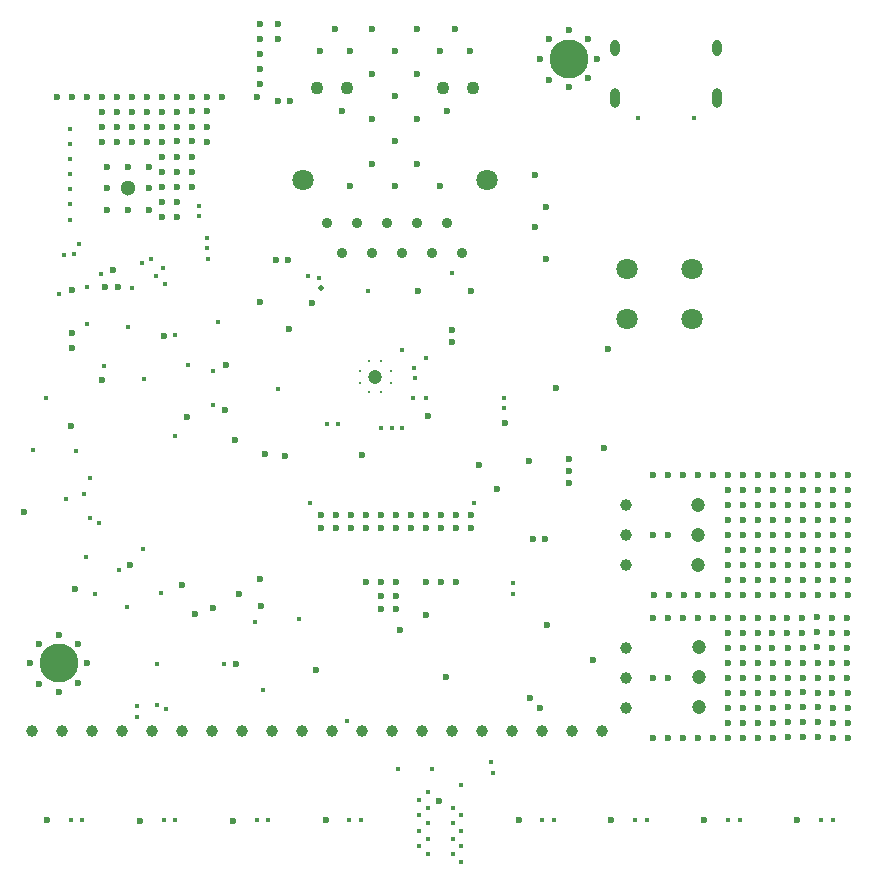
<source format=gbr>
%TF.GenerationSoftware,KiCad,Pcbnew,(7.0.0)*%
%TF.CreationDate,2023-03-12T03:27:01+03:00*%
%TF.ProjectId,ESP32-DEVKIT-L,45535033-322d-4444-9556-4b49542d4c2e,1*%
%TF.SameCoordinates,PX4260300PY8558f68*%
%TF.FileFunction,Plated,1,2,PTH,Mixed*%
%TF.FilePolarity,Positive*%
%FSLAX46Y46*%
G04 Gerber Fmt 4.6, Leading zero omitted, Abs format (unit mm)*
G04 Created by KiCad (PCBNEW (7.0.0)) date 2023-03-12 03:27:01*
%MOMM*%
%LPD*%
G01*
G04 APERTURE LIST*
%TA.AperFunction,ComponentDrill*%
%ADD10C,0.299720*%
%TD*%
%TA.AperFunction,ComponentDrill*%
%ADD11C,0.300000*%
%TD*%
%TA.AperFunction,ViaDrill*%
%ADD12C,0.400000*%
%TD*%
%TA.AperFunction,ViaDrill*%
%ADD13C,0.500000*%
%TD*%
%TA.AperFunction,ViaDrill*%
%ADD14C,0.600000*%
%TD*%
%TA.AperFunction,ComponentDrill*%
%ADD15C,0.600000*%
%TD*%
G04 aperture for slot hole*
%TA.AperFunction,ComponentDrill*%
%ADD16O,0.800000X1.400000*%
%TD*%
G04 aperture for slot hole*
%TA.AperFunction,ComponentDrill*%
%ADD17O,0.800000X1.700000*%
%TD*%
%TA.AperFunction,ComponentDrill*%
%ADD18C,0.900000*%
%TD*%
%TA.AperFunction,ComponentDrill*%
%ADD19C,1.000000*%
%TD*%
%TA.AperFunction,ComponentDrill*%
%ADD20C,1.100000*%
%TD*%
%TA.AperFunction,ComponentDrill*%
%ADD21C,1.200000*%
%TD*%
%TA.AperFunction,ComponentDrill*%
%ADD22C,1.300000*%
%TD*%
%TA.AperFunction,ComponentDrill*%
%ADD23C,1.800000*%
%TD*%
%TA.AperFunction,ComponentDrill*%
%ADD24C,3.300000*%
%TD*%
G04 APERTURE END LIST*
D10*
%TO.C,U4*%
X30849000Y40481000D03*
D11*
X29049000Y42281000D03*
X29049000Y41281000D03*
X29849000Y43081000D03*
X29849000Y40481000D03*
X30849000Y43081000D03*
X31649000Y42281000D03*
X31649000Y41281000D03*
%TD*%
D12*
X1373596Y35598933D03*
X2479143Y40010000D03*
X3622686Y48766000D03*
X4003187Y52061931D03*
X4155440Y31450000D03*
X4550000Y62736000D03*
X4550000Y61466000D03*
X4550000Y60196000D03*
X4550000Y58926000D03*
X4550000Y57656000D03*
X4550000Y56386000D03*
X4550000Y55100000D03*
X4560000Y4290000D03*
X4876919Y52140990D03*
X4980000Y35538700D03*
X5240429Y53043317D03*
X5560000Y4290000D03*
X5712747Y31897853D03*
X5838000Y26540998D03*
X5965000Y46226000D03*
X5971100Y49346601D03*
X6208900Y33188293D03*
X6210000Y29820300D03*
X6600000Y23366000D03*
X7000251Y29439300D03*
X7133800Y50463101D03*
X7361100Y42670000D03*
X8620300Y25430000D03*
X9336254Y22322491D03*
X9394000Y45972000D03*
X9793926Y49269812D03*
X10159519Y13895438D03*
X10189840Y12975717D03*
X10600358Y51399500D03*
X10719095Y27241700D03*
X10783480Y41634700D03*
X11397444Y51785274D03*
X11808376Y50349872D03*
X11840211Y17500211D03*
X11847164Y13987300D03*
X12202865Y23472700D03*
X12401455Y50997029D03*
X12430000Y4290000D03*
X12548555Y49657751D03*
X12674333Y13641251D03*
X13430000Y4290000D03*
X13438190Y45337000D03*
X13440000Y36790000D03*
X14474000Y42797000D03*
X15418726Y56251734D03*
X15427114Y55370000D03*
X16116035Y53525679D03*
X16150053Y52648526D03*
X16184289Y51771382D03*
X16633000Y42289000D03*
X16633000Y39367980D03*
X17000543Y46411091D03*
X17554700Y17500000D03*
X20208300Y21020000D03*
X20308234Y4290126D03*
X20840000Y15280551D03*
X21300000Y4290126D03*
X22126611Y40740917D03*
X23900000Y21314700D03*
X24666301Y50321179D03*
X24869536Y31110464D03*
X25559530Y50187798D03*
X26284996Y37780500D03*
X27174000Y37780500D03*
X27948670Y12640081D03*
X28170000Y4286721D03*
X29170000Y4286721D03*
X29714000Y49020000D03*
X30873671Y37471275D03*
X31750000Y37430000D03*
X32287950Y8614224D03*
X32580000Y44010000D03*
X32640000Y37429534D03*
X33568163Y40029483D03*
X33642256Y42564031D03*
X33725383Y41690676D03*
X34090000Y5940000D03*
X34090000Y4640000D03*
X34090000Y3340000D03*
X34090000Y2040000D03*
X34652156Y43340000D03*
X34675000Y40000000D03*
X34790000Y5290000D03*
X34790000Y3990000D03*
X34790000Y2690000D03*
X34790000Y1390000D03*
X34800000Y6590000D03*
X35145630Y8547045D03*
X36826000Y50544000D03*
X36900000Y5290000D03*
X36900000Y3990000D03*
X36900000Y2690000D03*
X36900000Y1390000D03*
X37600000Y4640000D03*
X37600000Y3340000D03*
X37600000Y2040000D03*
X37600000Y740000D03*
X37630000Y7240000D03*
X38714930Y31113000D03*
X40174428Y9133880D03*
X40304333Y8266251D03*
X41264900Y40018517D03*
X41264900Y39129118D03*
X41979330Y24314690D03*
X41979830Y23432698D03*
X44490000Y4283893D03*
X45490000Y4283893D03*
X52360000Y4284115D03*
X52575000Y63700000D03*
X53360000Y4284115D03*
X57375000Y63700000D03*
X60230000Y4285112D03*
X61230000Y4285112D03*
X68110000Y4285000D03*
X69110000Y4285000D03*
D13*
X25777000Y49274000D03*
D14*
X644186Y30348000D03*
X2560000Y4220000D03*
X3400000Y65468000D03*
X4568000Y37587848D03*
X4680000Y65478000D03*
X4695000Y49145000D03*
X4695000Y45462000D03*
X4695000Y44192000D03*
X4905900Y23813898D03*
X5960000Y65483000D03*
X7225961Y41504039D03*
X7230000Y65483000D03*
X7230000Y64213000D03*
X7230000Y62943000D03*
X7230000Y61673000D03*
X7489000Y49399000D03*
X8180000Y50860000D03*
X8500000Y65483000D03*
X8500000Y64213000D03*
X8500000Y62943000D03*
X8500000Y61673000D03*
X8568500Y49399561D03*
X9609195Y25870474D03*
X9765000Y65508000D03*
X9765000Y64238000D03*
X9765000Y61698000D03*
X9770000Y62943000D03*
X10420000Y4215669D03*
X11035000Y65508000D03*
X11035000Y64238000D03*
X11035000Y62968000D03*
X11035000Y61698000D03*
X12305000Y65508000D03*
X12305000Y64238000D03*
X12305000Y62968000D03*
X12305000Y61698000D03*
X12315000Y60433000D03*
X12325000Y59163000D03*
X12325000Y57893000D03*
X12325000Y56623000D03*
X12325000Y55353000D03*
X12461090Y45243100D03*
X13575000Y65508000D03*
X13575000Y64238000D03*
X13575000Y62968000D03*
X13585000Y61718000D03*
X13585000Y60433000D03*
X13585000Y59163000D03*
X13585000Y57893000D03*
X13585000Y56623000D03*
X13585000Y55353000D03*
X14015299Y24177800D03*
X14380071Y38372992D03*
X14845000Y65498000D03*
X14845000Y64248000D03*
X14845000Y62973000D03*
X14855000Y61718000D03*
X14855000Y60433000D03*
X14855000Y59163000D03*
X14855000Y57893000D03*
X15064589Y21704589D03*
X16115000Y65498000D03*
X16115000Y64248000D03*
X16115000Y62973000D03*
X16125000Y61703000D03*
X16603499Y22239588D03*
X17385000Y65498000D03*
X17649000Y38987000D03*
X17680000Y42740000D03*
X18298234Y4212649D03*
X18500000Y36440000D03*
X18590000Y17500000D03*
X18851351Y23366097D03*
X20323700Y65490519D03*
X20570000Y71624000D03*
X20570000Y70354000D03*
X20570000Y69084000D03*
X20570000Y67818000D03*
X20570000Y66548000D03*
X20570000Y48129000D03*
X20580000Y24670000D03*
X20653228Y22336328D03*
X21020000Y35220000D03*
X21967000Y51685000D03*
X22094000Y71624000D03*
X22094000Y70354000D03*
X22094000Y65147000D03*
X22690000Y35050000D03*
X22957600Y51685000D03*
X23070479Y45803479D03*
X23110000Y65147000D03*
X25015000Y48065500D03*
X25380000Y16970000D03*
X25650000Y69340000D03*
X25777000Y30095000D03*
X25777000Y28952000D03*
X26170000Y4216721D03*
X26920000Y71245000D03*
X27047000Y30095000D03*
X27047000Y28952000D03*
X27555000Y64260000D03*
X28190000Y69340000D03*
X28190000Y57910000D03*
X28317000Y30095000D03*
X28317000Y28952000D03*
X29206000Y35175000D03*
X29587000Y30095000D03*
X29587000Y28952000D03*
X29590000Y24378000D03*
X30095000Y71245000D03*
X30095000Y67435000D03*
X30095000Y63625000D03*
X30095000Y59815000D03*
X30857000Y30095000D03*
X30857000Y28952000D03*
X30860000Y24382000D03*
X30860000Y23235000D03*
X30860000Y22088000D03*
X32000000Y69340000D03*
X32000000Y65530000D03*
X32000000Y61720000D03*
X32000000Y57910000D03*
X32130000Y30091000D03*
X32130000Y28948000D03*
X32130000Y24381000D03*
X32130000Y23235000D03*
X32130000Y22088000D03*
X32480000Y20380000D03*
X33400000Y30091000D03*
X33400000Y28948000D03*
X33905000Y71245000D03*
X33905000Y67435000D03*
X33905000Y63625000D03*
X33905000Y59815000D03*
X33970000Y49020000D03*
X34635525Y21610100D03*
X34670000Y30091000D03*
X34670000Y28948000D03*
X34670000Y24378000D03*
X34849102Y38502577D03*
X35774009Y5859842D03*
X35810000Y69340000D03*
X35810000Y57910000D03*
X35940000Y30088000D03*
X35940000Y28945000D03*
X35940000Y24378000D03*
X36336128Y16343872D03*
X36445000Y64260000D03*
X36826000Y45716000D03*
X36826000Y44700000D03*
X37080000Y71245000D03*
X37207000Y24380000D03*
X37210000Y30088000D03*
X37210000Y28945000D03*
X38350000Y69340000D03*
X38477000Y49020000D03*
X38480000Y30088000D03*
X38480000Y28945000D03*
X39154589Y34343411D03*
X40690000Y32256000D03*
X41364900Y37840000D03*
X42489227Y4220000D03*
X43352843Y34630393D03*
X43430000Y14603000D03*
X43684000Y28063000D03*
X43912500Y58900000D03*
X43912500Y54450000D03*
X44300000Y13730000D03*
X44700000Y28063000D03*
X44812500Y56173000D03*
X44850000Y51730000D03*
X44940000Y20738000D03*
X45670000Y40830000D03*
X46770000Y34796000D03*
X46770000Y33780000D03*
X46770000Y32764000D03*
X48775000Y17775000D03*
X49710000Y35720000D03*
X50100000Y44160000D03*
X50340000Y4230000D03*
X53855000Y21365000D03*
X53865000Y16285000D03*
X53880000Y33465000D03*
X53880000Y28385000D03*
X53890000Y11210000D03*
X53915000Y23310000D03*
X55130000Y21365000D03*
X55135000Y16285000D03*
X55150000Y28385000D03*
X55155000Y33465000D03*
X55160000Y11210000D03*
X55185000Y23310000D03*
X56400000Y21375000D03*
X56425000Y33475000D03*
X56430000Y11210000D03*
X56455000Y23310000D03*
X57655000Y21375000D03*
X57680000Y33475000D03*
X57690000Y11220000D03*
X57715000Y23320000D03*
X58220000Y4230000D03*
X58930000Y21375000D03*
X58955000Y33475000D03*
X58960000Y11220000D03*
X58985000Y23320000D03*
X60185000Y20115000D03*
X60185000Y18845000D03*
X60200000Y21385000D03*
X60205000Y17565000D03*
X60205000Y16295000D03*
X60205000Y15025000D03*
X60210000Y32215000D03*
X60210000Y30945000D03*
X60225000Y33485000D03*
X60230000Y29665000D03*
X60230000Y28395000D03*
X60230000Y27125000D03*
X60230000Y13760000D03*
X60230000Y12490000D03*
X60230000Y11220000D03*
X60255000Y25860000D03*
X60255000Y24590000D03*
X60255000Y23320000D03*
X61455000Y21390000D03*
X61455000Y20120000D03*
X61465000Y18850000D03*
X61465000Y17580000D03*
X61465000Y16310000D03*
X61465000Y15040000D03*
X61480000Y33490000D03*
X61480000Y32220000D03*
X61490000Y30950000D03*
X61490000Y29680000D03*
X61490000Y28410000D03*
X61490000Y27140000D03*
X61490000Y13775000D03*
X61490000Y12505000D03*
X61490000Y11235000D03*
X61515000Y25875000D03*
X61515000Y24605000D03*
X61515000Y23335000D03*
X62730000Y21390000D03*
X62730000Y20120000D03*
X62735000Y18850000D03*
X62735000Y17580000D03*
X62735000Y16310000D03*
X62755000Y33490000D03*
X62755000Y32220000D03*
X62760000Y30950000D03*
X62760000Y29680000D03*
X62760000Y28410000D03*
X62760000Y15045000D03*
X62760000Y13775000D03*
X62760000Y12505000D03*
X62760000Y11235000D03*
X62785000Y27145000D03*
X62785000Y25875000D03*
X62785000Y24605000D03*
X62785000Y23335000D03*
X63985000Y20130000D03*
X63985000Y18860000D03*
X64000000Y21400000D03*
X64005000Y17580000D03*
X64005000Y16310000D03*
X64005000Y15040000D03*
X64010000Y32230000D03*
X64010000Y30960000D03*
X64025000Y33500000D03*
X64030000Y29680000D03*
X64030000Y28410000D03*
X64030000Y27140000D03*
X64030000Y13775000D03*
X64030000Y12505000D03*
X64030000Y11235000D03*
X64055000Y25875000D03*
X64055000Y24605000D03*
X64055000Y23335000D03*
X65255000Y21400000D03*
X65255000Y20130000D03*
X65265000Y18860000D03*
X65265000Y17590000D03*
X65265000Y16320000D03*
X65265000Y15050000D03*
X65280000Y33500000D03*
X65280000Y32230000D03*
X65290000Y30960000D03*
X65290000Y29690000D03*
X65290000Y28420000D03*
X65290000Y27150000D03*
X65290000Y13785000D03*
X65290000Y12515000D03*
X65290000Y11245000D03*
X65315000Y25885000D03*
X65315000Y24615000D03*
X65315000Y23345000D03*
X66100000Y4230000D03*
X66530000Y21400000D03*
X66530000Y20130000D03*
X66535000Y18860000D03*
X66535000Y17590000D03*
X66535000Y16320000D03*
X66555000Y33500000D03*
X66555000Y32230000D03*
X66560000Y30960000D03*
X66560000Y29690000D03*
X66560000Y28420000D03*
X66560000Y15055000D03*
X66560000Y13785000D03*
X66560000Y12515000D03*
X66560000Y11245000D03*
X66585000Y27155000D03*
X66585000Y25885000D03*
X66585000Y24615000D03*
X66585000Y23345000D03*
X67785000Y20140000D03*
X67785000Y18870000D03*
X67800000Y21410000D03*
X67805000Y17590000D03*
X67805000Y16320000D03*
X67805000Y15050000D03*
X67810000Y32240000D03*
X67810000Y30970000D03*
X67825000Y33510000D03*
X67830000Y29690000D03*
X67830000Y28420000D03*
X67830000Y27150000D03*
X67830000Y13785000D03*
X67830000Y12515000D03*
X67830000Y11245000D03*
X67855000Y25885000D03*
X67855000Y24615000D03*
X67855000Y23345000D03*
X69055000Y21390000D03*
X69055000Y20120000D03*
X69065000Y18850000D03*
X69065000Y17580000D03*
X69065000Y16310000D03*
X69065000Y15040000D03*
X69080000Y33490000D03*
X69080000Y32220000D03*
X69090000Y30950000D03*
X69090000Y29680000D03*
X69090000Y28410000D03*
X69090000Y27140000D03*
X69090000Y13775000D03*
X69090000Y12505000D03*
X69090000Y11235000D03*
X69115000Y25875000D03*
X69115000Y24605000D03*
X69115000Y23335000D03*
X70330000Y21390000D03*
X70330000Y20120000D03*
X70335000Y18850000D03*
X70335000Y17580000D03*
X70335000Y16310000D03*
X70355000Y33490000D03*
X70355000Y32220000D03*
X70360000Y30950000D03*
X70360000Y29680000D03*
X70360000Y28410000D03*
X70360000Y15045000D03*
X70360000Y13775000D03*
X70360000Y12505000D03*
X70360000Y11235000D03*
X70385000Y27145000D03*
X70385000Y25875000D03*
X70385000Y24605000D03*
X70385000Y23335000D03*
D15*
%TO.C,MH2*%
X1139000Y17524000D03*
X1901000Y19175000D03*
X1901000Y15746000D03*
X3552000Y19937000D03*
X3552000Y15111000D03*
X5203000Y19175000D03*
X5203000Y15873000D03*
X5965000Y17524000D03*
%TO.C,U7*%
X7610000Y59542000D03*
X7610000Y57742000D03*
X7610000Y55942000D03*
X9410000Y59542000D03*
X9410000Y55942000D03*
X11210000Y59542000D03*
X11210000Y57742000D03*
X11210000Y55942000D03*
%TO.C,MH1*%
X44319000Y68705000D03*
X45081000Y70356000D03*
X45081000Y66927000D03*
X46732000Y71118000D03*
X46732000Y66292000D03*
X48383000Y70356000D03*
X48383000Y67054000D03*
X49145000Y68705000D03*
D16*
%TO.C,U1*%
X50654999Y69599999D03*
D17*
X50654999Y65419999D03*
D16*
X59294999Y69599999D03*
D17*
X59294999Y65419999D03*
D18*
%TO.C,*%
X26300000Y54775000D03*
%TO.C,LAN1*%
X27565000Y52226000D03*
X28835000Y54766000D03*
X30105000Y52226000D03*
X31375000Y54766000D03*
X32645000Y52226000D03*
X33915000Y54766000D03*
X35185000Y52226000D03*
X36455000Y54766000D03*
%TO.C,*%
X37715000Y52225000D03*
D19*
%TO.C,CON1*%
X1266000Y11809000D03*
X3806000Y11809000D03*
X6346000Y11809000D03*
X8886000Y11809000D03*
X11426000Y11809000D03*
X13966000Y11809000D03*
X16506000Y11809000D03*
X19046000Y11809000D03*
X21586000Y11809000D03*
X24126000Y11809000D03*
X26666000Y11809000D03*
X29206000Y11809000D03*
X31746000Y11809000D03*
X34286000Y11809000D03*
X36826000Y11809000D03*
X39366000Y11809000D03*
X41906000Y11809000D03*
X44446000Y11809000D03*
X46986000Y11809000D03*
X49526000Y11809000D03*
%TO.C,U2*%
X51610000Y30925000D03*
X51610000Y28385000D03*
X51610000Y25845000D03*
%TO.C,U5*%
X51610000Y18850000D03*
X51610000Y16310000D03*
X51610000Y13770000D03*
D20*
%TO.C,LAN1*%
X25390000Y66214500D03*
X27930000Y66214500D03*
X36070000Y66214500D03*
X38610000Y66214500D03*
D21*
%TO.C,U4*%
X30349000Y41781000D03*
%TO.C,REF\u002A\u002A*%
X57717500Y30935000D03*
X57717500Y28395000D03*
X57717500Y25855000D03*
X57725000Y18875000D03*
X57725000Y16335000D03*
X57725000Y13795000D03*
D22*
%TO.C,U7*%
X9410000Y57742000D03*
D23*
%TO.C,LAN1*%
X24200000Y58416000D03*
X39800000Y58416000D03*
%TO.C,REF\u002A\u002A*%
X51665000Y50900000D03*
%TO.C,J1*%
X51665000Y50900000D03*
%TO.C,REF\u002A\u002A*%
X51665000Y46700000D03*
%TO.C,J1*%
X51665000Y46700000D03*
%TO.C,REF\u002A\u002A*%
X57165000Y50900000D03*
%TO.C,J1*%
X57165000Y50900000D03*
%TO.C,REF\u002A\u002A*%
X57165000Y46700000D03*
%TO.C,J1*%
X57165000Y46700000D03*
D24*
%TO.C,MH2*%
X3552000Y17524000D03*
%TO.C,MH1*%
X46732000Y68705000D03*
M02*

</source>
